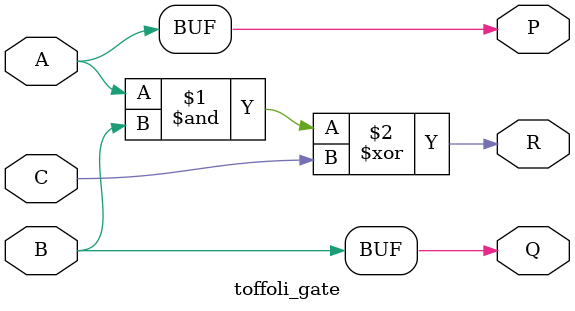
<source format=sv>

module toffoli_gate(A, B, C, P, Q, R);

    input logic A;
    input logic B;
    input logic C;
    output logic P;
    output logic Q;
    output logic R;

    assign P = A;
    assign Q = B;
    assign R = (A & B) ^ C;

endmodule
</source>
